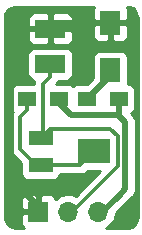
<source format=gbr>
G04 #@! TF.GenerationSoftware,KiCad,Pcbnew,(5.0.1)-4*
G04 #@! TF.CreationDate,2021-03-18T15:14:48+02:00*
G04 #@! TF.ProjectId,IR_arena_edge_sensor,49525F6172656E615F656467655F7365,rev?*
G04 #@! TF.SameCoordinates,Original*
G04 #@! TF.FileFunction,Copper,L1,Top,Signal*
G04 #@! TF.FilePolarity,Positive*
%FSLAX46Y46*%
G04 Gerber Fmt 4.6, Leading zero omitted, Abs format (unit mm)*
G04 Created by KiCad (PCBNEW (5.0.1)-4) date 2021.03.18. 15:14:48*
%MOMM*%
%LPD*%
G01*
G04 APERTURE LIST*
G04 #@! TA.AperFunction,SMDPad,CuDef*
%ADD10R,2.000000X1.300000*%
G04 #@! TD*
G04 #@! TA.AperFunction,SMDPad,CuDef*
%ADD11R,2.750000X2.000000*%
G04 #@! TD*
G04 #@! TA.AperFunction,SMDPad,CuDef*
%ADD12R,1.500000X1.300000*%
G04 #@! TD*
G04 #@! TA.AperFunction,ComponentPad*
%ADD13R,1.700000X1.700000*%
G04 #@! TD*
G04 #@! TA.AperFunction,ComponentPad*
%ADD14O,1.700000X1.700000*%
G04 #@! TD*
G04 #@! TA.AperFunction,SMDPad,CuDef*
%ADD15R,2.600000X1.500000*%
G04 #@! TD*
G04 #@! TA.AperFunction,SMDPad,CuDef*
%ADD16R,1.700000X2.000000*%
G04 #@! TD*
G04 #@! TA.AperFunction,Conductor*
%ADD17C,0.500000*%
G04 #@! TD*
G04 #@! TA.AperFunction,Conductor*
%ADD18C,0.300000*%
G04 #@! TD*
G04 #@! TA.AperFunction,Conductor*
%ADD19C,0.254000*%
G04 #@! TD*
G04 APERTURE END LIST*
D10*
G04 #@! TO.P,RV3,3*
G04 #@! TO.N,IR_A2*
X191655000Y-82245000D03*
D11*
G04 #@! TO.P,RV3,2*
G04 #@! TO.N,Net-(R6-Pad2)*
X196155000Y-83395000D03*
D10*
G04 #@! TO.P,RV3,1*
X191655000Y-84545000D03*
G04 #@! TD*
D12*
G04 #@! TO.P,R5,1*
G04 #@! TO.N,+5V*
X198280000Y-78950000D03*
G04 #@! TO.P,R5,2*
G04 #@! TO.N,Net-(D3-Pad2)*
X195580000Y-78950000D03*
G04 #@! TD*
D13*
G04 #@! TO.P,J2,1*
G04 #@! TO.N,GND*
X191460000Y-88500000D03*
D14*
G04 #@! TO.P,J2,2*
G04 #@! TO.N,IR_A2*
X194000000Y-88500000D03*
G04 #@! TO.P,J2,3*
G04 #@! TO.N,+5V*
X196540000Y-88500000D03*
G04 #@! TD*
D12*
G04 #@! TO.P,R6,2*
G04 #@! TO.N,Net-(R6-Pad2)*
X190500000Y-78950000D03*
G04 #@! TO.P,R6,1*
G04 #@! TO.N,+5V*
X193200000Y-78950000D03*
G04 #@! TD*
D15*
G04 #@! TO.P,Q3,1*
G04 #@! TO.N,GND*
X192485000Y-73005000D03*
G04 #@! TO.P,Q3,2*
G04 #@! TO.N,IR_A2*
X192485000Y-76005000D03*
G04 #@! TD*
D16*
G04 #@! TO.P,D3,1*
G04 #@! TO.N,GND*
X197565000Y-72505000D03*
G04 #@! TO.P,D3,2*
G04 #@! TO.N,Net-(D3-Pad2)*
X197565000Y-76505000D03*
G04 #@! TD*
D17*
G04 #@! TO.N,GND*
X192485000Y-73005000D02*
X190685000Y-73005000D01*
X189185000Y-85810000D02*
X189310000Y-85935000D01*
X189310000Y-85935000D02*
X191850000Y-88475000D01*
X189185000Y-74505000D02*
X189185000Y-85810000D01*
X190685000Y-73005000D02*
X189185000Y-74505000D01*
X197565000Y-72505000D02*
X192985000Y-72505000D01*
X192985000Y-72505000D02*
X192485000Y-73005000D01*
G04 #@! TO.N,Net-(D3-Pad2)*
X197565000Y-76505000D02*
X197565000Y-76965000D01*
X197565000Y-76965000D02*
X195580000Y-78950000D01*
D18*
G04 #@! TO.N,IR_A2*
X191655000Y-82245000D02*
X191730000Y-82245000D01*
X191850000Y-82050000D02*
X191655000Y-82245000D01*
X192485000Y-77055000D02*
X191850000Y-77690000D01*
X192485000Y-76005000D02*
X192485000Y-77055000D01*
X191850000Y-77690000D02*
X191850000Y-82050000D01*
X191730000Y-82245000D02*
X192485000Y-81490000D01*
X192485000Y-81490000D02*
X197565000Y-81490000D01*
X198200000Y-84665000D02*
X194390000Y-88475000D01*
X198200000Y-82125000D02*
X198200000Y-84665000D01*
X197565000Y-81490000D02*
X198200000Y-82125000D01*
D17*
G04 #@! TO.N,+5V*
X198280000Y-78950000D02*
X198280000Y-79030000D01*
X198280000Y-87125000D02*
X198835000Y-86570000D01*
X198280000Y-80100000D02*
X198200000Y-80180000D01*
X198200000Y-80180000D02*
X198200000Y-80290000D01*
X198835000Y-80925000D02*
X198835000Y-86570000D01*
X198280000Y-78950000D02*
X198280000Y-80100000D01*
X193200000Y-78950000D02*
X193200000Y-79295000D01*
X198280000Y-78950000D02*
X198280000Y-79030000D01*
X198280000Y-87125000D02*
X196930000Y-88475000D01*
X198005000Y-80290000D02*
X198200000Y-80290000D01*
X193200000Y-79295000D02*
X194195000Y-80290000D01*
X198200000Y-80290000D02*
X198835000Y-80925000D01*
X194195000Y-80290000D02*
X198005000Y-80290000D01*
D18*
G04 #@! TO.N,Net-(R6-Pad2)*
X189945000Y-83185000D02*
X191305000Y-84545000D01*
X191305000Y-84545000D02*
X191655000Y-84545000D01*
X190500000Y-78950000D02*
X190500000Y-79900000D01*
X191655000Y-84545000D02*
X195005000Y-84545000D01*
X189945000Y-80455000D02*
X189945000Y-83185000D01*
X195005000Y-84545000D02*
X196155000Y-83395000D01*
X190500000Y-79900000D02*
X189945000Y-80455000D01*
G04 #@! TD*
D19*
G04 #@! TO.N,GND*
G36*
X196176673Y-71145302D02*
X196080000Y-71378691D01*
X196080000Y-72219250D01*
X196238750Y-72378000D01*
X197438000Y-72378000D01*
X197438000Y-72358000D01*
X197692000Y-72358000D01*
X197692000Y-72378000D01*
X198891250Y-72378000D01*
X199050000Y-72219250D01*
X199050000Y-71378691D01*
X198953327Y-71145302D01*
X198947017Y-71138992D01*
X199239526Y-71180883D01*
X199459799Y-71281034D01*
X199643106Y-71438982D01*
X199774714Y-71642029D01*
X199855291Y-71911458D01*
X199865001Y-72042127D01*
X199865000Y-88919140D01*
X199819117Y-89239525D01*
X199718964Y-89459800D01*
X199561019Y-89643105D01*
X199357968Y-89774716D01*
X199088543Y-89855291D01*
X198957887Y-89865000D01*
X197170062Y-89865000D01*
X197610625Y-89570625D01*
X197938839Y-89079418D01*
X198028644Y-88627934D01*
X198967424Y-87689155D01*
X198967426Y-87689152D01*
X199399153Y-87257425D01*
X199473049Y-87208049D01*
X199668652Y-86915310D01*
X199720000Y-86657165D01*
X199720000Y-86657161D01*
X199737337Y-86570000D01*
X199720000Y-86482839D01*
X199720000Y-81012161D01*
X199737337Y-80925000D01*
X199720000Y-80837839D01*
X199720000Y-80837835D01*
X199668652Y-80579690D01*
X199592655Y-80465953D01*
X199522424Y-80360845D01*
X199522423Y-80360844D01*
X199473049Y-80286951D01*
X199399156Y-80237577D01*
X199326903Y-80165324D01*
X199487809Y-80057809D01*
X199628157Y-79847765D01*
X199677440Y-79600000D01*
X199677440Y-78300000D01*
X199628157Y-78052235D01*
X199487809Y-77842191D01*
X199277765Y-77701843D01*
X199032971Y-77653151D01*
X199062440Y-77505000D01*
X199062440Y-75505000D01*
X199013157Y-75257235D01*
X198872809Y-75047191D01*
X198662765Y-74906843D01*
X198415000Y-74857560D01*
X196715000Y-74857560D01*
X196467235Y-74906843D01*
X196257191Y-75047191D01*
X196116843Y-75257235D01*
X196067560Y-75505000D01*
X196067560Y-77210861D01*
X195625862Y-77652560D01*
X194830000Y-77652560D01*
X194582235Y-77701843D01*
X194390000Y-77830291D01*
X194197765Y-77701843D01*
X193950000Y-77652560D01*
X193003650Y-77652560D01*
X193050953Y-77620953D01*
X193196960Y-77402440D01*
X193785000Y-77402440D01*
X194032765Y-77353157D01*
X194242809Y-77212809D01*
X194383157Y-77002765D01*
X194432440Y-76755000D01*
X194432440Y-75255000D01*
X194383157Y-75007235D01*
X194242809Y-74797191D01*
X194032765Y-74656843D01*
X193785000Y-74607560D01*
X191185000Y-74607560D01*
X190937235Y-74656843D01*
X190727191Y-74797191D01*
X190586843Y-75007235D01*
X190537560Y-75255000D01*
X190537560Y-76755000D01*
X190586843Y-77002765D01*
X190727191Y-77212809D01*
X190937235Y-77353157D01*
X191109796Y-77387481D01*
X191065000Y-77612685D01*
X191065000Y-77612688D01*
X191057069Y-77652560D01*
X189750000Y-77652560D01*
X189502235Y-77701843D01*
X189292191Y-77842191D01*
X189151843Y-78052235D01*
X189102560Y-78300000D01*
X189102560Y-79600000D01*
X189151843Y-79847765D01*
X189279237Y-80038422D01*
X189205546Y-80148709D01*
X189160000Y-80377685D01*
X189160000Y-80377688D01*
X189144622Y-80455000D01*
X189160000Y-80532312D01*
X189160001Y-83107683D01*
X189144622Y-83185000D01*
X189205546Y-83491291D01*
X189335251Y-83685408D01*
X189335254Y-83685411D01*
X189379048Y-83750953D01*
X189444590Y-83794747D01*
X190007560Y-84357717D01*
X190007560Y-85195000D01*
X190056843Y-85442765D01*
X190197191Y-85652809D01*
X190407235Y-85793157D01*
X190655000Y-85842440D01*
X192655000Y-85842440D01*
X192902765Y-85793157D01*
X193112809Y-85652809D01*
X193253157Y-85442765D01*
X193275587Y-85330000D01*
X194927688Y-85330000D01*
X195005000Y-85345378D01*
X195082312Y-85330000D01*
X195082316Y-85330000D01*
X195311292Y-85284454D01*
X195570953Y-85110953D01*
X195614749Y-85045408D01*
X195617717Y-85042440D01*
X196712403Y-85042440D01*
X194623936Y-87130907D01*
X194579418Y-87101161D01*
X194146256Y-87015000D01*
X193853744Y-87015000D01*
X193420582Y-87101161D01*
X192929375Y-87429375D01*
X192914904Y-87451033D01*
X192848327Y-87290302D01*
X192669699Y-87111673D01*
X192436310Y-87015000D01*
X191745750Y-87015000D01*
X191587000Y-87173750D01*
X191587000Y-88373000D01*
X191607000Y-88373000D01*
X191607000Y-88627000D01*
X191587000Y-88627000D01*
X191587000Y-88647000D01*
X191333000Y-88647000D01*
X191333000Y-88627000D01*
X190133750Y-88627000D01*
X189975000Y-88785750D01*
X189975000Y-89476309D01*
X190071673Y-89709698D01*
X190226974Y-89865000D01*
X189580860Y-89865000D01*
X189260475Y-89819117D01*
X189040200Y-89718964D01*
X188856895Y-89561019D01*
X188725284Y-89357968D01*
X188644709Y-89088543D01*
X188635000Y-88957887D01*
X188635000Y-87523691D01*
X189975000Y-87523691D01*
X189975000Y-88214250D01*
X190133750Y-88373000D01*
X191333000Y-88373000D01*
X191333000Y-87173750D01*
X191174250Y-87015000D01*
X190483690Y-87015000D01*
X190250301Y-87111673D01*
X190071673Y-87290302D01*
X189975000Y-87523691D01*
X188635000Y-87523691D01*
X188635000Y-73290750D01*
X190550000Y-73290750D01*
X190550000Y-73881309D01*
X190646673Y-74114698D01*
X190825301Y-74293327D01*
X191058690Y-74390000D01*
X192199250Y-74390000D01*
X192358000Y-74231250D01*
X192358000Y-73132000D01*
X192612000Y-73132000D01*
X192612000Y-74231250D01*
X192770750Y-74390000D01*
X193911310Y-74390000D01*
X194144699Y-74293327D01*
X194323327Y-74114698D01*
X194420000Y-73881309D01*
X194420000Y-73290750D01*
X194261250Y-73132000D01*
X192612000Y-73132000D01*
X192358000Y-73132000D01*
X190708750Y-73132000D01*
X190550000Y-73290750D01*
X188635000Y-73290750D01*
X188635000Y-72128691D01*
X190550000Y-72128691D01*
X190550000Y-72719250D01*
X190708750Y-72878000D01*
X192358000Y-72878000D01*
X192358000Y-71778750D01*
X192612000Y-71778750D01*
X192612000Y-72878000D01*
X194261250Y-72878000D01*
X194348500Y-72790750D01*
X196080000Y-72790750D01*
X196080000Y-73631309D01*
X196176673Y-73864698D01*
X196355301Y-74043327D01*
X196588690Y-74140000D01*
X197279250Y-74140000D01*
X197438000Y-73981250D01*
X197438000Y-72632000D01*
X197692000Y-72632000D01*
X197692000Y-73981250D01*
X197850750Y-74140000D01*
X198541310Y-74140000D01*
X198774699Y-74043327D01*
X198953327Y-73864698D01*
X199050000Y-73631309D01*
X199050000Y-72790750D01*
X198891250Y-72632000D01*
X197692000Y-72632000D01*
X197438000Y-72632000D01*
X196238750Y-72632000D01*
X196080000Y-72790750D01*
X194348500Y-72790750D01*
X194420000Y-72719250D01*
X194420000Y-72128691D01*
X194323327Y-71895302D01*
X194144699Y-71716673D01*
X193911310Y-71620000D01*
X192770750Y-71620000D01*
X192612000Y-71778750D01*
X192358000Y-71778750D01*
X192199250Y-71620000D01*
X191058690Y-71620000D01*
X190825301Y-71716673D01*
X190646673Y-71895302D01*
X190550000Y-72128691D01*
X188635000Y-72128691D01*
X188635000Y-72080860D01*
X188680883Y-71760474D01*
X188781034Y-71540201D01*
X188938982Y-71356894D01*
X189142029Y-71225286D01*
X189411458Y-71144709D01*
X189542113Y-71135000D01*
X196186975Y-71135000D01*
X196176673Y-71145302D01*
X196176673Y-71145302D01*
G37*
X196176673Y-71145302D02*
X196080000Y-71378691D01*
X196080000Y-72219250D01*
X196238750Y-72378000D01*
X197438000Y-72378000D01*
X197438000Y-72358000D01*
X197692000Y-72358000D01*
X197692000Y-72378000D01*
X198891250Y-72378000D01*
X199050000Y-72219250D01*
X199050000Y-71378691D01*
X198953327Y-71145302D01*
X198947017Y-71138992D01*
X199239526Y-71180883D01*
X199459799Y-71281034D01*
X199643106Y-71438982D01*
X199774714Y-71642029D01*
X199855291Y-71911458D01*
X199865001Y-72042127D01*
X199865000Y-88919140D01*
X199819117Y-89239525D01*
X199718964Y-89459800D01*
X199561019Y-89643105D01*
X199357968Y-89774716D01*
X199088543Y-89855291D01*
X198957887Y-89865000D01*
X197170062Y-89865000D01*
X197610625Y-89570625D01*
X197938839Y-89079418D01*
X198028644Y-88627934D01*
X198967424Y-87689155D01*
X198967426Y-87689152D01*
X199399153Y-87257425D01*
X199473049Y-87208049D01*
X199668652Y-86915310D01*
X199720000Y-86657165D01*
X199720000Y-86657161D01*
X199737337Y-86570000D01*
X199720000Y-86482839D01*
X199720000Y-81012161D01*
X199737337Y-80925000D01*
X199720000Y-80837839D01*
X199720000Y-80837835D01*
X199668652Y-80579690D01*
X199592655Y-80465953D01*
X199522424Y-80360845D01*
X199522423Y-80360844D01*
X199473049Y-80286951D01*
X199399156Y-80237577D01*
X199326903Y-80165324D01*
X199487809Y-80057809D01*
X199628157Y-79847765D01*
X199677440Y-79600000D01*
X199677440Y-78300000D01*
X199628157Y-78052235D01*
X199487809Y-77842191D01*
X199277765Y-77701843D01*
X199032971Y-77653151D01*
X199062440Y-77505000D01*
X199062440Y-75505000D01*
X199013157Y-75257235D01*
X198872809Y-75047191D01*
X198662765Y-74906843D01*
X198415000Y-74857560D01*
X196715000Y-74857560D01*
X196467235Y-74906843D01*
X196257191Y-75047191D01*
X196116843Y-75257235D01*
X196067560Y-75505000D01*
X196067560Y-77210861D01*
X195625862Y-77652560D01*
X194830000Y-77652560D01*
X194582235Y-77701843D01*
X194390000Y-77830291D01*
X194197765Y-77701843D01*
X193950000Y-77652560D01*
X193003650Y-77652560D01*
X193050953Y-77620953D01*
X193196960Y-77402440D01*
X193785000Y-77402440D01*
X194032765Y-77353157D01*
X194242809Y-77212809D01*
X194383157Y-77002765D01*
X194432440Y-76755000D01*
X194432440Y-75255000D01*
X194383157Y-75007235D01*
X194242809Y-74797191D01*
X194032765Y-74656843D01*
X193785000Y-74607560D01*
X191185000Y-74607560D01*
X190937235Y-74656843D01*
X190727191Y-74797191D01*
X190586843Y-75007235D01*
X190537560Y-75255000D01*
X190537560Y-76755000D01*
X190586843Y-77002765D01*
X190727191Y-77212809D01*
X190937235Y-77353157D01*
X191109796Y-77387481D01*
X191065000Y-77612685D01*
X191065000Y-77612688D01*
X191057069Y-77652560D01*
X189750000Y-77652560D01*
X189502235Y-77701843D01*
X189292191Y-77842191D01*
X189151843Y-78052235D01*
X189102560Y-78300000D01*
X189102560Y-79600000D01*
X189151843Y-79847765D01*
X189279237Y-80038422D01*
X189205546Y-80148709D01*
X189160000Y-80377685D01*
X189160000Y-80377688D01*
X189144622Y-80455000D01*
X189160000Y-80532312D01*
X189160001Y-83107683D01*
X189144622Y-83185000D01*
X189205546Y-83491291D01*
X189335251Y-83685408D01*
X189335254Y-83685411D01*
X189379048Y-83750953D01*
X189444590Y-83794747D01*
X190007560Y-84357717D01*
X190007560Y-85195000D01*
X190056843Y-85442765D01*
X190197191Y-85652809D01*
X190407235Y-85793157D01*
X190655000Y-85842440D01*
X192655000Y-85842440D01*
X192902765Y-85793157D01*
X193112809Y-85652809D01*
X193253157Y-85442765D01*
X193275587Y-85330000D01*
X194927688Y-85330000D01*
X195005000Y-85345378D01*
X195082312Y-85330000D01*
X195082316Y-85330000D01*
X195311292Y-85284454D01*
X195570953Y-85110953D01*
X195614749Y-85045408D01*
X195617717Y-85042440D01*
X196712403Y-85042440D01*
X194623936Y-87130907D01*
X194579418Y-87101161D01*
X194146256Y-87015000D01*
X193853744Y-87015000D01*
X193420582Y-87101161D01*
X192929375Y-87429375D01*
X192914904Y-87451033D01*
X192848327Y-87290302D01*
X192669699Y-87111673D01*
X192436310Y-87015000D01*
X191745750Y-87015000D01*
X191587000Y-87173750D01*
X191587000Y-88373000D01*
X191607000Y-88373000D01*
X191607000Y-88627000D01*
X191587000Y-88627000D01*
X191587000Y-88647000D01*
X191333000Y-88647000D01*
X191333000Y-88627000D01*
X190133750Y-88627000D01*
X189975000Y-88785750D01*
X189975000Y-89476309D01*
X190071673Y-89709698D01*
X190226974Y-89865000D01*
X189580860Y-89865000D01*
X189260475Y-89819117D01*
X189040200Y-89718964D01*
X188856895Y-89561019D01*
X188725284Y-89357968D01*
X188644709Y-89088543D01*
X188635000Y-88957887D01*
X188635000Y-87523691D01*
X189975000Y-87523691D01*
X189975000Y-88214250D01*
X190133750Y-88373000D01*
X191333000Y-88373000D01*
X191333000Y-87173750D01*
X191174250Y-87015000D01*
X190483690Y-87015000D01*
X190250301Y-87111673D01*
X190071673Y-87290302D01*
X189975000Y-87523691D01*
X188635000Y-87523691D01*
X188635000Y-73290750D01*
X190550000Y-73290750D01*
X190550000Y-73881309D01*
X190646673Y-74114698D01*
X190825301Y-74293327D01*
X191058690Y-74390000D01*
X192199250Y-74390000D01*
X192358000Y-74231250D01*
X192358000Y-73132000D01*
X192612000Y-73132000D01*
X192612000Y-74231250D01*
X192770750Y-74390000D01*
X193911310Y-74390000D01*
X194144699Y-74293327D01*
X194323327Y-74114698D01*
X194420000Y-73881309D01*
X194420000Y-73290750D01*
X194261250Y-73132000D01*
X192612000Y-73132000D01*
X192358000Y-73132000D01*
X190708750Y-73132000D01*
X190550000Y-73290750D01*
X188635000Y-73290750D01*
X188635000Y-72128691D01*
X190550000Y-72128691D01*
X190550000Y-72719250D01*
X190708750Y-72878000D01*
X192358000Y-72878000D01*
X192358000Y-71778750D01*
X192612000Y-71778750D01*
X192612000Y-72878000D01*
X194261250Y-72878000D01*
X194348500Y-72790750D01*
X196080000Y-72790750D01*
X196080000Y-73631309D01*
X196176673Y-73864698D01*
X196355301Y-74043327D01*
X196588690Y-74140000D01*
X197279250Y-74140000D01*
X197438000Y-73981250D01*
X197438000Y-72632000D01*
X197692000Y-72632000D01*
X197692000Y-73981250D01*
X197850750Y-74140000D01*
X198541310Y-74140000D01*
X198774699Y-74043327D01*
X198953327Y-73864698D01*
X199050000Y-73631309D01*
X199050000Y-72790750D01*
X198891250Y-72632000D01*
X197692000Y-72632000D01*
X197438000Y-72632000D01*
X196238750Y-72632000D01*
X196080000Y-72790750D01*
X194348500Y-72790750D01*
X194420000Y-72719250D01*
X194420000Y-72128691D01*
X194323327Y-71895302D01*
X194144699Y-71716673D01*
X193911310Y-71620000D01*
X192770750Y-71620000D01*
X192612000Y-71778750D01*
X192358000Y-71778750D01*
X192199250Y-71620000D01*
X191058690Y-71620000D01*
X190825301Y-71716673D01*
X190646673Y-71895302D01*
X190550000Y-72128691D01*
X188635000Y-72128691D01*
X188635000Y-72080860D01*
X188680883Y-71760474D01*
X188781034Y-71540201D01*
X188938982Y-71356894D01*
X189142029Y-71225286D01*
X189411458Y-71144709D01*
X189542113Y-71135000D01*
X196186975Y-71135000D01*
X196176673Y-71145302D01*
G04 #@! TD*
M02*

</source>
